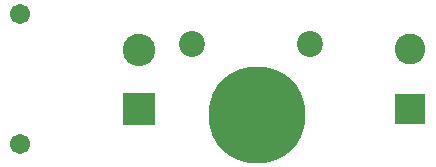
<source format=gbr>
%TF.GenerationSoftware,KiCad,Pcbnew,8.0.8*%
%TF.CreationDate,2025-05-09T18:55:12-05:00*%
%TF.ProjectId,PCB_screwSwitch,5043425f-7363-4726-9577-537769746368,rev?*%
%TF.SameCoordinates,Original*%
%TF.FileFunction,Soldermask,Bot*%
%TF.FilePolarity,Negative*%
%FSLAX46Y46*%
G04 Gerber Fmt 4.6, Leading zero omitted, Abs format (unit mm)*
G04 Created by KiCad (PCBNEW 8.0.8) date 2025-05-09 18:55:12*
%MOMM*%
%LPD*%
G01*
G04 APERTURE LIST*
G04 Aperture macros list*
%AMRoundRect*
0 Rectangle with rounded corners*
0 $1 Rounding radius*
0 $2 $3 $4 $5 $6 $7 $8 $9 X,Y pos of 4 corners*
0 Add a 4 corners polygon primitive as box body*
4,1,4,$2,$3,$4,$5,$6,$7,$8,$9,$2,$3,0*
0 Add four circle primitives for the rounded corners*
1,1,$1+$1,$2,$3*
1,1,$1+$1,$4,$5*
1,1,$1+$1,$6,$7*
1,1,$1+$1,$8,$9*
0 Add four rect primitives between the rounded corners*
20,1,$1+$1,$2,$3,$4,$5,0*
20,1,$1+$1,$4,$5,$6,$7,0*
20,1,$1+$1,$6,$7,$8,$9,0*
20,1,$1+$1,$8,$9,$2,$3,0*%
G04 Aperture macros list end*
%ADD10C,1.524000*%
%ADD11C,2.200000*%
%ADD12C,8.204000*%
%ADD13C,2.754000*%
%ADD14RoundRect,0.102000X1.275000X-1.275000X1.275000X1.275000X-1.275000X1.275000X-1.275000X-1.275000X0*%
%ADD15C,1.712000*%
%ADD16R,2.600000X2.600000*%
%ADD17C,2.600000*%
G04 APERTURE END LIST*
D10*
%TO.C,Front*%
X162500000Y-85000000D03*
%TD*%
D11*
%TO.C,2mm*%
X167000000Y-79000000D03*
%TD*%
D12*
%TO.C,H2*%
X162500000Y-85000000D03*
%TD*%
D13*
%TO.C,J1*%
X152500000Y-79500000D03*
D14*
X152500000Y-84500000D03*
D15*
X142500000Y-76500000D03*
X142500000Y-87500000D03*
%TD*%
D16*
%TO.C,J2*%
X175500000Y-84545000D03*
D17*
X175500000Y-79465000D03*
%TD*%
D11*
%TO.C,2mm*%
X157000000Y-79000000D03*
%TD*%
M02*

</source>
